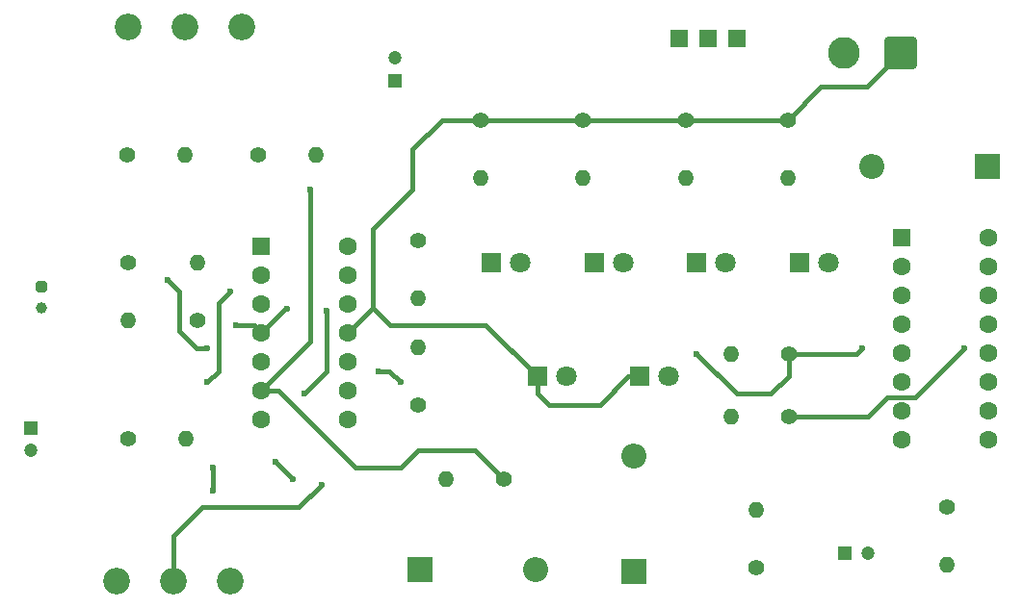
<source format=gbr>
%TF.GenerationSoftware,KiCad,Pcbnew,9.0.2*%
%TF.CreationDate,2025-06-20T15:17:41-04:00*%
%TF.ProjectId,proyecto_spectra,70726f79-6563-4746-9f5f-737065637472,rev?*%
%TF.SameCoordinates,Original*%
%TF.FileFunction,Copper,L1,Top*%
%TF.FilePolarity,Positive*%
%FSLAX46Y46*%
G04 Gerber Fmt 4.6, Leading zero omitted, Abs format (unit mm)*
G04 Created by KiCad (PCBNEW 9.0.2) date 2025-06-20 15:17:41*
%MOMM*%
%LPD*%
G01*
G04 APERTURE LIST*
G04 Aperture macros list*
%AMRoundRect*
0 Rectangle with rounded corners*
0 $1 Rounding radius*
0 $2 $3 $4 $5 $6 $7 $8 $9 X,Y pos of 4 corners*
0 Add a 4 corners polygon primitive as box body*
4,1,4,$2,$3,$4,$5,$6,$7,$8,$9,$2,$3,0*
0 Add four circle primitives for the rounded corners*
1,1,$1+$1,$2,$3*
1,1,$1+$1,$4,$5*
1,1,$1+$1,$6,$7*
1,1,$1+$1,$8,$9*
0 Add four rect primitives between the rounded corners*
20,1,$1+$1,$2,$3,$4,$5,0*
20,1,$1+$1,$4,$5,$6,$7,0*
20,1,$1+$1,$6,$7,$8,$9,0*
20,1,$1+$1,$8,$9,$2,$3,0*%
G04 Aperture macros list end*
%TA.AperFunction,ComponentPad*%
%ADD10C,1.400000*%
%TD*%
%TA.AperFunction,ComponentPad*%
%ADD11O,1.400000X1.400000*%
%TD*%
%TA.AperFunction,ComponentPad*%
%ADD12R,1.800000X1.800000*%
%TD*%
%TA.AperFunction,ComponentPad*%
%ADD13C,1.800000*%
%TD*%
%TA.AperFunction,ComponentPad*%
%ADD14R,1.200000X1.200000*%
%TD*%
%TA.AperFunction,ComponentPad*%
%ADD15C,1.200000*%
%TD*%
%TA.AperFunction,ComponentPad*%
%ADD16RoundRect,0.250000X-0.550000X-0.550000X0.550000X-0.550000X0.550000X0.550000X-0.550000X0.550000X0*%
%TD*%
%TA.AperFunction,ComponentPad*%
%ADD17C,1.600000*%
%TD*%
%TA.AperFunction,ComponentPad*%
%ADD18R,1.500000X1.500000*%
%TD*%
%TA.AperFunction,ComponentPad*%
%ADD19R,2.200000X2.200000*%
%TD*%
%TA.AperFunction,ComponentPad*%
%ADD20O,2.200000X2.200000*%
%TD*%
%TA.AperFunction,ComponentPad*%
%ADD21C,2.340000*%
%TD*%
%TA.AperFunction,ComponentPad*%
%ADD22RoundRect,0.250000X-0.250000X0.250000X-0.250000X-0.250000X0.250000X-0.250000X0.250000X0.250000X0*%
%TD*%
%TA.AperFunction,ComponentPad*%
%ADD23C,1.000000*%
%TD*%
%TA.AperFunction,ComponentPad*%
%ADD24RoundRect,0.250001X1.149999X1.149999X-1.149999X1.149999X-1.149999X-1.149999X1.149999X-1.149999X0*%
%TD*%
%TA.AperFunction,ComponentPad*%
%ADD25C,2.800000*%
%TD*%
%TA.AperFunction,ViaPad*%
%ADD26C,0.600000*%
%TD*%
%TA.AperFunction,Conductor*%
%ADD27C,0.400000*%
%TD*%
G04 APERTURE END LIST*
D10*
%TO.P,R8,1*%
%TO.N,GND*%
X136000000Y-95000000D03*
D11*
%TO.P,R8,2*%
%TO.N,Net-(U1C-+)*%
X136000000Y-100080000D03*
%TD*%
D12*
%TO.P,D3,1,K*%
%TO.N,GND*%
X99960000Y-83500000D03*
D13*
%TO.P,D3,2,A*%
%TO.N,Net-(D3-A)*%
X102500000Y-83500000D03*
%TD*%
D14*
%TO.P,C2,1*%
%TO.N,Net-(C2-Pad1)*%
X87500000Y-57472600D03*
D15*
%TO.P,C2,2*%
%TO.N,Net-(C2-Pad2)*%
X87500000Y-55472600D03*
%TD*%
D10*
%TO.P,R15,1*%
%TO.N,GND*%
X113000000Y-60920000D03*
D11*
%TO.P,R15,2*%
%TO.N,Net-(D7-K)*%
X113000000Y-66000000D03*
%TD*%
D10*
%TO.P,R7,1*%
%TO.N,Net-(D2-K)*%
X119253000Y-100330000D03*
D11*
%TO.P,R7,2*%
%TO.N,Net-(U1C-+)*%
X119253000Y-95250000D03*
%TD*%
D10*
%TO.P,R12,1*%
%TO.N,Net-(U6-CKEN)*%
X122080000Y-87000000D03*
D11*
%TO.P,R12,2*%
%TO.N,GND*%
X117000000Y-87000000D03*
%TD*%
D10*
%TO.P,R5,1*%
%TO.N,Net-(C2-Pad2)*%
X75420000Y-64000000D03*
D11*
%TO.P,R5,2*%
%TO.N,Net-(D1-A)*%
X80500000Y-64000000D03*
%TD*%
D12*
%TO.P,D5,1,K*%
%TO.N,Net-(D5-K)*%
X95960000Y-73500000D03*
D13*
%TO.P,D5,2,A*%
%TO.N,Net-(D5-A)*%
X98500000Y-73500000D03*
%TD*%
D12*
%TO.P,D7,1,K*%
%TO.N,Net-(D7-K)*%
X113960000Y-73500000D03*
D13*
%TO.P,D7,2,A*%
%TO.N,Net-(D7-A)*%
X116500000Y-73500000D03*
%TD*%
D10*
%TO.P,R14,1*%
%TO.N,GND*%
X104000000Y-60920000D03*
D11*
%TO.P,R14,2*%
%TO.N,Net-(D6-K)*%
X104000000Y-66000000D03*
%TD*%
D16*
%TO.P,U1,1*%
%TO.N,Net-(C2-Pad1)*%
X75697000Y-72000000D03*
D17*
%TO.P,U1,2,-*%
%TO.N,Net-(U1A--)*%
X75697000Y-74540000D03*
%TO.P,U1,3,+*%
%TO.N,Net-(U1A-+)*%
X75697000Y-77080000D03*
%TO.P,U1,4,V+*%
%TO.N,VCC*%
X75697000Y-79620000D03*
%TO.P,U1,5,+*%
%TO.N,GND*%
X75697000Y-82160000D03*
%TO.P,U1,6,-*%
%TO.N,Net-(D1-A)*%
X75697000Y-84700000D03*
%TO.P,U1,7*%
%TO.N,Net-(D1-K)*%
X75697000Y-87240000D03*
%TO.P,U1,8*%
%TO.N,Net-(U1D-+)*%
X83317000Y-87240000D03*
%TO.P,U1,9,-*%
%TO.N,Net-(U1C--)*%
X83317000Y-84700000D03*
%TO.P,U1,10,+*%
%TO.N,Net-(U1C-+)*%
X83317000Y-82160000D03*
%TO.P,U1,11,V-*%
%TO.N,GND*%
X83317000Y-79620000D03*
%TO.P,U1,12,+*%
%TO.N,Net-(U1D-+)*%
X83317000Y-77080000D03*
%TO.P,U1,13,-*%
%TO.N,Net-(U1D--)*%
X83317000Y-74540000D03*
%TO.P,U1,14*%
%TO.N,Net-(U6-CLK)*%
X83317000Y-72000000D03*
%TD*%
D18*
%TO.P,SW1,1,A*%
%TO.N,unconnected-(SW1-A-Pad1)*%
X112435000Y-53729966D03*
%TO.P,SW1,2,B*%
%TO.N,Net-(D9-K)*%
X114975000Y-53729966D03*
%TO.P,SW1,3,C*%
%TO.N,VCC*%
X117515000Y-53729966D03*
%TD*%
D10*
%TO.P,R13,1*%
%TO.N,GND*%
X95000000Y-60920000D03*
D11*
%TO.P,R13,2*%
%TO.N,Net-(D5-K)*%
X95000000Y-66000000D03*
%TD*%
D10*
%TO.P,R9,1*%
%TO.N,Net-(U1D-+)*%
X89500000Y-71500000D03*
D11*
%TO.P,R9,2*%
%TO.N,Net-(U1C--)*%
X89500000Y-76580000D03*
%TD*%
D10*
%TO.P,R11,1*%
%TO.N,Net-(U6-CLK)*%
X122080000Y-81500000D03*
D11*
%TO.P,R11,2*%
%TO.N,Net-(D4-A)*%
X117000000Y-81500000D03*
%TD*%
D19*
%TO.P,D9,1,K*%
%TO.N,Net-(D9-K)*%
X139500000Y-65000000D03*
D20*
%TO.P,D9,2,A*%
%TO.N,+9V*%
X129340000Y-65000000D03*
%TD*%
D10*
%TO.P,R16,1*%
%TO.N,GND*%
X122000000Y-60920000D03*
D11*
%TO.P,R16,2*%
%TO.N,Net-(D8-K)*%
X122000000Y-66000000D03*
%TD*%
D12*
%TO.P,D6,1,K*%
%TO.N,Net-(D6-K)*%
X104960000Y-73500000D03*
D13*
%TO.P,D6,2,A*%
%TO.N,Net-(D6-A)*%
X107500000Y-73500000D03*
%TD*%
D21*
%TO.P,RV2,1,1*%
%TO.N,VCC*%
X63025000Y-101500000D03*
%TO.P,RV2,2,2*%
%TO.N,Net-(U1D--)*%
X68025000Y-101500000D03*
%TO.P,RV2,3,3*%
%TO.N,GND*%
X73025000Y-101500000D03*
%TD*%
D22*
%TO.P,MK1,1,-*%
%TO.N,GND*%
X56388000Y-75565000D03*
D23*
%TO.P,MK1,2,+*%
%TO.N,Net-(MK1-+)*%
X56388000Y-77465000D03*
%TD*%
D10*
%TO.P,R3,1*%
%TO.N,VCC*%
X63920000Y-64000000D03*
D11*
%TO.P,R3,2*%
%TO.N,Net-(U1A-+)*%
X69000000Y-64000000D03*
%TD*%
D10*
%TO.P,R10,1*%
%TO.N,Net-(U1D-+)*%
X89500000Y-86000000D03*
D11*
%TO.P,R10,2*%
%TO.N,Net-(D3-A)*%
X89500000Y-80920000D03*
%TD*%
D10*
%TO.P,R6,1*%
%TO.N,Net-(D1-A)*%
X97000000Y-92500000D03*
D11*
%TO.P,R6,2*%
%TO.N,Net-(D1-K)*%
X91920000Y-92500000D03*
%TD*%
D19*
%TO.P,D1,1,K*%
%TO.N,Net-(D1-K)*%
X89662000Y-100500000D03*
D20*
%TO.P,D1,2,A*%
%TO.N,Net-(D1-A)*%
X99822000Y-100500000D03*
%TD*%
D12*
%TO.P,D8,1,K*%
%TO.N,Net-(D8-K)*%
X123000000Y-73500000D03*
D13*
%TO.P,D8,2,A*%
%TO.N,Net-(D8-A)*%
X125540000Y-73500000D03*
%TD*%
D24*
%TO.P,J1,1,Pin_1*%
%TO.N,GND*%
X131953000Y-55032500D03*
D25*
%TO.P,J1,2,Pin_2*%
%TO.N,+9V*%
X126953000Y-55032500D03*
%TD*%
D14*
%TO.P,C3,1*%
%TO.N,Net-(U1C-+)*%
X127000000Y-99000000D03*
D15*
%TO.P,C3,2*%
%TO.N,GND*%
X129000000Y-99000000D03*
%TD*%
D10*
%TO.P,R2,1*%
%TO.N,Net-(C1-Pad2)*%
X64000000Y-89000000D03*
D11*
%TO.P,R2,2*%
%TO.N,Net-(U1A--)*%
X69080000Y-89000000D03*
%TD*%
D10*
%TO.P,R4,1*%
%TO.N,Net-(U1A-+)*%
X70104000Y-78580000D03*
D11*
%TO.P,R4,2*%
%TO.N,GND*%
X70104000Y-73500000D03*
%TD*%
D10*
%TO.P,R1,1*%
%TO.N,VCC*%
X64000000Y-73500000D03*
D11*
%TO.P,R1,2*%
%TO.N,Net-(MK1-+)*%
X64000000Y-78580000D03*
%TD*%
D12*
%TO.P,D4,1,K*%
%TO.N,GND*%
X109000000Y-83500000D03*
D13*
%TO.P,D4,2,A*%
%TO.N,Net-(D4-A)*%
X111540000Y-83500000D03*
%TD*%
D14*
%TO.P,C1,1*%
%TO.N,Net-(MK1-+)*%
X55500000Y-88000000D03*
D15*
%TO.P,C1,2*%
%TO.N,Net-(C1-Pad2)*%
X55500000Y-90000000D03*
%TD*%
D21*
%TO.P,RV1,1,1*%
%TO.N,unconnected-(RV1-Pad1)*%
X74000000Y-52750000D03*
%TO.P,RV1,2,2*%
%TO.N,Net-(C2-Pad1)*%
X69000000Y-52750000D03*
%TO.P,RV1,3,3*%
%TO.N,Net-(U1A--)*%
X64000000Y-52750000D03*
%TD*%
D16*
%TO.P,U6,1,Q5*%
%TO.N,unconnected-(U6-Q5-Pad1)*%
X132000000Y-71247000D03*
D17*
%TO.P,U6,2,Q1*%
%TO.N,Net-(D7-A)*%
X132000000Y-73787000D03*
%TO.P,U6,3,Q0*%
%TO.N,Net-(D8-A)*%
X132000000Y-76327000D03*
%TO.P,U6,4,Q2*%
%TO.N,Net-(D6-A)*%
X132000000Y-78867000D03*
%TO.P,U6,5,Q6*%
%TO.N,unconnected-(U6-Q6-Pad5)*%
X132000000Y-81407000D03*
%TO.P,U6,6,Q7*%
%TO.N,unconnected-(U6-Q7-Pad6)*%
X132000000Y-83947000D03*
%TO.P,U6,7,Q3*%
%TO.N,Net-(D5-A)*%
X132000000Y-86487000D03*
%TO.P,U6,8,VSS*%
%TO.N,GND*%
X132000000Y-89027000D03*
%TO.P,U6,9,Q8*%
%TO.N,unconnected-(U6-Q8-Pad9)*%
X139620000Y-89027000D03*
%TO.P,U6,10,Q4*%
%TO.N,Net-(U6-Q4)*%
X139620000Y-86487000D03*
%TO.P,U6,11,Q9*%
%TO.N,unconnected-(U6-Q9-Pad11)*%
X139620000Y-83947000D03*
%TO.P,U6,12,Cout*%
%TO.N,unconnected-(U6-Cout-Pad12)*%
X139620000Y-81407000D03*
%TO.P,U6,13,CKEN*%
%TO.N,Net-(U6-CKEN)*%
X139620000Y-78867000D03*
%TO.P,U6,14,CLK*%
%TO.N,Net-(U6-CLK)*%
X139620000Y-76327000D03*
%TO.P,U6,15,Reset*%
%TO.N,Net-(U6-Q4)*%
X139620000Y-73787000D03*
%TO.P,U6,16,VDD*%
%TO.N,VCC*%
X139620000Y-71247000D03*
%TD*%
D19*
%TO.P,D2,1,K*%
%TO.N,Net-(D2-K)*%
X108500000Y-100660000D03*
D20*
%TO.P,D2,2,A*%
%TO.N,Net-(D1-K)*%
X108500000Y-90500000D03*
%TD*%
D26*
%TO.N,GND*%
X71500000Y-91500000D03*
X71500000Y-93500000D03*
%TO.N,Net-(U1C-+)*%
X86000000Y-83000000D03*
X88000000Y-84000000D03*
%TO.N,Net-(D1-K)*%
X77000000Y-91000000D03*
X78500000Y-92500000D03*
%TO.N,Net-(D1-A)*%
X80000000Y-67000000D03*
%TO.N,VCC*%
X78000000Y-77500000D03*
X73500000Y-79000000D03*
X71000000Y-81000000D03*
X67500000Y-75000000D03*
%TO.N,Net-(U1A--)*%
X71000000Y-84000000D03*
X73000000Y-76000000D03*
%TO.N,Net-(U6-CLK)*%
X114000000Y-81500000D03*
X128500000Y-81000000D03*
%TO.N,Net-(U6-CKEN)*%
X137500000Y-80987000D03*
%TO.N,Net-(U1D--)*%
X79500000Y-85000000D03*
X81000000Y-93000000D03*
X81500000Y-77719000D03*
%TD*%
D27*
%TO.N,GND*%
X122000000Y-60920000D02*
X124920000Y-58000000D01*
X104000000Y-60920000D02*
X113000000Y-60920000D01*
X85500000Y-70500000D02*
X85500000Y-77437000D01*
X99960000Y-84960000D02*
X99960000Y-83500000D01*
X85500000Y-77437000D02*
X83317000Y-79620000D01*
X91580000Y-60920000D02*
X89000000Y-63500000D01*
X89000000Y-63500000D02*
X89000000Y-67000000D01*
X87063000Y-79000000D02*
X95460000Y-79000000D01*
X85500000Y-77437000D02*
X87063000Y-79000000D01*
X95000000Y-60920000D02*
X91580000Y-60920000D01*
X128985500Y-58000000D02*
X131953000Y-55032500D01*
X95460000Y-79000000D02*
X99960000Y-83500000D01*
X113000000Y-60920000D02*
X122000000Y-60920000D01*
X109000000Y-83500000D02*
X108000000Y-83500000D01*
X108000000Y-83500000D02*
X105500000Y-86000000D01*
X101000000Y-86000000D02*
X99960000Y-84960000D01*
X105500000Y-86000000D02*
X101000000Y-86000000D01*
X124920000Y-58000000D02*
X128985500Y-58000000D01*
X71500000Y-93500000D02*
X71500000Y-91500000D01*
X95000000Y-60920000D02*
X104000000Y-60920000D01*
X89000000Y-67000000D02*
X85500000Y-70500000D01*
%TO.N,Net-(U1C-+)*%
X87000000Y-83000000D02*
X88000000Y-84000000D01*
X86000000Y-83000000D02*
X87000000Y-83000000D01*
%TO.N,Net-(D1-K)*%
X77000000Y-91000000D02*
X78500000Y-92500000D01*
%TO.N,Net-(D1-A)*%
X88000000Y-91500000D02*
X89500000Y-90000000D01*
X80000000Y-80397000D02*
X75697000Y-84700000D01*
X77200000Y-84700000D02*
X84000000Y-91500000D01*
X80000000Y-67000000D02*
X80000000Y-80397000D01*
X89500000Y-90000000D02*
X94500000Y-90000000D01*
X75697000Y-84700000D02*
X77200000Y-84700000D01*
X84000000Y-91500000D02*
X88000000Y-91500000D01*
X94500000Y-90000000D02*
X97000000Y-92500000D01*
%TO.N,VCC*%
X68500000Y-76000000D02*
X68500000Y-79500000D01*
X78000000Y-77500000D02*
X77817000Y-77500000D01*
X70000000Y-81000000D02*
X71000000Y-81000000D01*
X73500000Y-79000000D02*
X75077000Y-79000000D01*
X68500000Y-79500000D02*
X70000000Y-81000000D01*
X77817000Y-77500000D02*
X75697000Y-79620000D01*
X75077000Y-79000000D02*
X75697000Y-79620000D01*
X67500000Y-75000000D02*
X68500000Y-76000000D01*
%TO.N,Net-(U1A--)*%
X72000000Y-77000000D02*
X73000000Y-76000000D01*
X72000000Y-80000000D02*
X72000000Y-77000000D01*
X72000000Y-83000000D02*
X72000000Y-80000000D01*
X71000000Y-84000000D02*
X72000000Y-83000000D01*
%TO.N,Net-(U6-CLK)*%
X122080000Y-83420000D02*
X122080000Y-81500000D01*
X128500000Y-81000000D02*
X128000000Y-81500000D01*
X120500000Y-85000000D02*
X122080000Y-83420000D01*
X128000000Y-81500000D02*
X122080000Y-81500000D01*
X117500000Y-85000000D02*
X120500000Y-85000000D01*
X114000000Y-81500000D02*
X117500000Y-85000000D01*
%TO.N,Net-(U6-CKEN)*%
X137500000Y-80987000D02*
X133201000Y-85286000D01*
X130714000Y-85286000D02*
X129000000Y-87000000D01*
X129000000Y-87000000D02*
X122080000Y-87000000D01*
X133201000Y-85286000D02*
X130714000Y-85286000D01*
%TO.N,Net-(U1D--)*%
X81500000Y-77719000D02*
X81500000Y-83000000D01*
X81000000Y-93000000D02*
X79000000Y-95000000D01*
X81500000Y-83000000D02*
X79500000Y-85000000D01*
X79000000Y-95000000D02*
X70500000Y-95000000D01*
X68025000Y-97475000D02*
X68025000Y-101500000D01*
X70500000Y-95000000D02*
X68025000Y-97475000D01*
%TD*%
M02*

</source>
